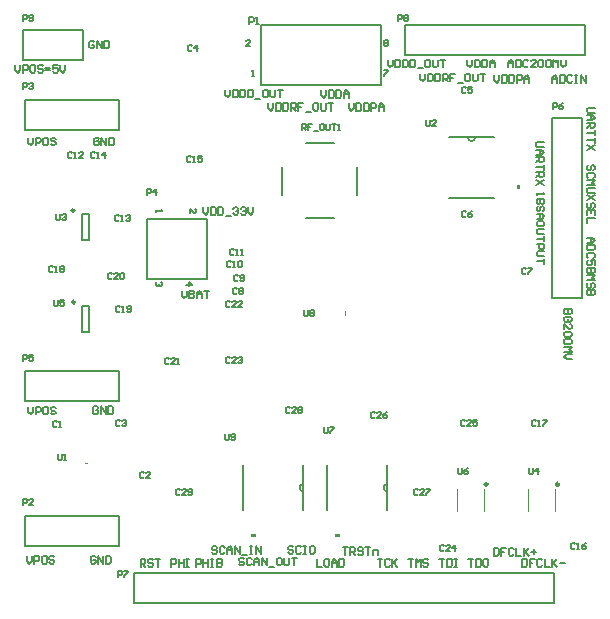
<source format=gto>
G04*
G04 #@! TF.GenerationSoftware,Altium Limited,Altium Designer,18.0.11 (651)*
G04*
G04 Layer_Color=65535*
%FSLAX25Y25*%
%MOIN*%
G70*
G01*
G75*
%ADD10C,0.00000*%
%ADD11C,0.00984*%
%ADD12C,0.00600*%
%ADD13C,0.01000*%
%ADD14C,0.00787*%
%ADD15C,0.00100*%
%ADD16C,0.00394*%
%ADD17C,0.00500*%
G36*
X84789Y-173961D02*
Y-174961D01*
X83289D01*
Y-173961D01*
X84789D01*
D02*
G37*
G36*
X112742D02*
Y-174961D01*
X111242D01*
Y-173961D01*
X112742D01*
D02*
G37*
G36*
X171993Y-57718D02*
X172993D01*
Y-59219D01*
X171993D01*
Y-57718D01*
D02*
G37*
D10*
X27847Y-150712D02*
G03*
X28846Y-150712I500J1123D01*
G01*
D11*
X24332Y-66312D02*
G03*
X24332Y-66312I-492J0D01*
G01*
X24525Y-96784D02*
G03*
X24525Y-96784I-492J0D01*
G01*
D12*
X155493Y-41919D02*
G03*
X157893Y-41919I1200J0D01*
G01*
X100589Y-157461D02*
G03*
X100589Y-159861I0J-1200D01*
G01*
X128542Y-157461D02*
G03*
X128542Y-159861I0J-1200D01*
G01*
X149279Y-62019D02*
X164107D01*
X149279Y-41919D02*
X164107D01*
X80489Y-166076D02*
Y-151247D01*
X100589Y-166076D02*
Y-151247D01*
X128542Y-166076D02*
Y-151247D01*
X108442Y-166076D02*
Y-151247D01*
D13*
X162024Y-157579D02*
G03*
X162024Y-157579I-500J0D01*
G01*
X185843D02*
G03*
X185843Y-157579I-500J0D01*
G01*
D14*
X29056Y-76154D02*
Y-67493D01*
X26694Y-76154D02*
Y-67493D01*
Y-76154D02*
X29056D01*
X26694Y-67493D02*
X29056D01*
X29249Y-106626D02*
Y-97965D01*
X26887Y-106626D02*
Y-97965D01*
Y-106626D02*
X29249D01*
X26887Y-97965D02*
X29249D01*
X44055Y-197126D02*
Y-187126D01*
X184055D01*
Y-197126D02*
Y-187126D01*
X176555Y-197126D02*
X184055D01*
X44055D02*
X176555D01*
X101420Y-43840D02*
X110719D01*
X93570Y-60990D02*
Y-51691D01*
X101420Y-68840D02*
X110720D01*
X118570Y-60989D02*
Y-51690D01*
X134528Y-14449D02*
X194528D01*
X134528Y-4449D02*
X194528D01*
X134528Y-14449D02*
Y-4449D01*
X194528Y-14449D02*
Y-4449D01*
X126575Y-24449D02*
Y-4449D01*
X86575Y-24449D02*
Y-4449D01*
X126575D01*
X86575Y-24449D02*
X126575D01*
X68490Y-89020D02*
Y-69020D01*
X48490D02*
X68490D01*
X48490Y-89020D02*
X68490D01*
X48490D02*
Y-69020D01*
X183570Y-95472D02*
X193570D01*
X183570Y-35472D02*
X193570D01*
Y-95472D02*
Y-35472D01*
X183570Y-95472D02*
Y-35472D01*
X39213Y-129803D02*
Y-119803D01*
X7717Y-129803D02*
X39213D01*
X7717D02*
Y-119803D01*
X39213D01*
Y-178000D02*
Y-168000D01*
X7717Y-178000D02*
X39213D01*
X7717D02*
Y-168000D01*
X39213D01*
Y-39290D02*
Y-29290D01*
X7717Y-39290D02*
X39213D01*
X7717D02*
Y-29290D01*
X39213D01*
X27126Y-16024D02*
Y-6024D01*
X7126Y-16024D02*
X27126D01*
X7126D02*
Y-6024D01*
X27126D01*
D15*
X114673Y-101068D02*
Y-99869D01*
D16*
X160827Y-166535D02*
Y-159252D01*
X151772Y-166535D02*
Y-159252D01*
X184646Y-166535D02*
Y-159252D01*
X175591Y-166535D02*
Y-159252D01*
D17*
X4600Y-17791D02*
Y-19457D01*
X5433Y-20290D01*
X6266Y-19457D01*
Y-17791D01*
X7099Y-20290D02*
Y-17791D01*
X8349D01*
X8765Y-18207D01*
Y-19040D01*
X8349Y-19457D01*
X7099D01*
X10848Y-17791D02*
X10015D01*
X9598Y-18207D01*
Y-19873D01*
X10015Y-20290D01*
X10848D01*
X11265Y-19873D01*
Y-18207D01*
X10848Y-17791D01*
X13764Y-18207D02*
X13347Y-17791D01*
X12514D01*
X12098Y-18207D01*
Y-18624D01*
X12514Y-19040D01*
X13347D01*
X13764Y-19457D01*
Y-19873D01*
X13347Y-20290D01*
X12514D01*
X12098Y-19873D01*
X14597Y-19457D02*
X16263D01*
X14597Y-18624D02*
X16263D01*
X18762Y-17791D02*
X17096D01*
Y-19040D01*
X17929Y-18624D01*
X18346D01*
X18762Y-19040D01*
Y-19873D01*
X18346Y-20290D01*
X17513D01*
X17096Y-19873D01*
X19595Y-17791D02*
Y-19457D01*
X20428Y-20290D01*
X21261Y-19457D01*
Y-17791D01*
X67290Y-65191D02*
Y-66857D01*
X68123Y-67690D01*
X68956Y-66857D01*
Y-65191D01*
X69789D02*
Y-67690D01*
X71039D01*
X71455Y-67273D01*
Y-65607D01*
X71039Y-65191D01*
X69789D01*
X72288D02*
Y-67690D01*
X73538D01*
X73954Y-67273D01*
Y-65607D01*
X73538Y-65191D01*
X72288D01*
X74788Y-68107D02*
X76454D01*
X77287Y-65607D02*
X77703Y-65191D01*
X78536D01*
X78953Y-65607D01*
Y-66024D01*
X78536Y-66440D01*
X78120D01*
X78536D01*
X78953Y-66857D01*
Y-67273D01*
X78536Y-67690D01*
X77703D01*
X77287Y-67273D01*
X79786Y-65607D02*
X80203Y-65191D01*
X81036D01*
X81452Y-65607D01*
Y-66024D01*
X81036Y-66440D01*
X80619D01*
X81036D01*
X81452Y-66857D01*
Y-67273D01*
X81036Y-67690D01*
X80203D01*
X79786Y-67273D01*
X82285Y-65191D02*
Y-66857D01*
X83118Y-67690D01*
X83951Y-66857D01*
Y-65191D01*
X60140Y-92971D02*
Y-94637D01*
X60973Y-95470D01*
X61806Y-94637D01*
Y-92971D01*
X62639D02*
Y-95470D01*
X63889D01*
X64305Y-95053D01*
Y-94637D01*
X63889Y-94220D01*
X62639D01*
X63889D01*
X64305Y-93804D01*
Y-93387D01*
X63889Y-92971D01*
X62639D01*
X65138Y-95470D02*
Y-93804D01*
X65971Y-92971D01*
X66804Y-93804D01*
Y-95470D01*
Y-94220D01*
X65138D01*
X67638Y-92971D02*
X69304D01*
X68471D01*
Y-95470D01*
X31406Y-181867D02*
X30990Y-181451D01*
X30156D01*
X29740Y-181867D01*
Y-183534D01*
X30156Y-183950D01*
X30990D01*
X31406Y-183534D01*
Y-182700D01*
X30573D01*
X32239Y-183950D02*
Y-181451D01*
X33905Y-183950D01*
Y-181451D01*
X34738D02*
Y-183950D01*
X35988D01*
X36404Y-183534D01*
Y-181867D01*
X35988Y-181451D01*
X34738D01*
X32226Y-131987D02*
X31810Y-131571D01*
X30977D01*
X30560Y-131987D01*
Y-133653D01*
X30977Y-134070D01*
X31810D01*
X32226Y-133653D01*
Y-132820D01*
X31393D01*
X33059Y-134070D02*
Y-131571D01*
X34725Y-134070D01*
Y-131571D01*
X35558D02*
Y-134070D01*
X36808D01*
X37225Y-133653D01*
Y-131987D01*
X36808Y-131571D01*
X35558D01*
X32486Y-42377D02*
X32070Y-41961D01*
X31236D01*
X30820Y-42377D01*
Y-44043D01*
X31236Y-44460D01*
X32070D01*
X32486Y-44043D01*
Y-43210D01*
X31653D01*
X33319Y-44460D02*
Y-41961D01*
X34985Y-44460D01*
Y-41961D01*
X35818D02*
Y-44460D01*
X37068D01*
X37484Y-44043D01*
Y-42377D01*
X37068Y-41961D01*
X35818D01*
X8440Y-181451D02*
Y-183117D01*
X9273Y-183950D01*
X10106Y-183117D01*
Y-181451D01*
X10939Y-183950D02*
Y-181451D01*
X12189D01*
X12605Y-181867D01*
Y-182700D01*
X12189Y-183117D01*
X10939D01*
X14688Y-181451D02*
X13855D01*
X13438Y-181867D01*
Y-183534D01*
X13855Y-183950D01*
X14688D01*
X15104Y-183534D01*
Y-181867D01*
X14688Y-181451D01*
X17604Y-181867D02*
X17187Y-181451D01*
X16354D01*
X15938Y-181867D01*
Y-182284D01*
X16354Y-182700D01*
X17187D01*
X17604Y-183117D01*
Y-183534D01*
X17187Y-183950D01*
X16354D01*
X15938Y-183534D01*
X8850Y-131691D02*
Y-133357D01*
X9683Y-134190D01*
X10516Y-133357D01*
Y-131691D01*
X11349Y-134190D02*
Y-131691D01*
X12599D01*
X13015Y-132107D01*
Y-132940D01*
X12599Y-133357D01*
X11349D01*
X15098Y-131691D02*
X14265D01*
X13848Y-132107D01*
Y-133774D01*
X14265Y-134190D01*
X15098D01*
X15515Y-133774D01*
Y-132107D01*
X15098Y-131691D01*
X18014Y-132107D02*
X17597Y-131691D01*
X16764D01*
X16348Y-132107D01*
Y-132524D01*
X16764Y-132940D01*
X17597D01*
X18014Y-133357D01*
Y-133774D01*
X17597Y-134190D01*
X16764D01*
X16348Y-133774D01*
X8880Y-41961D02*
Y-43627D01*
X9713Y-44460D01*
X10546Y-43627D01*
Y-41961D01*
X11379Y-44460D02*
Y-41961D01*
X12629D01*
X13045Y-42377D01*
Y-43210D01*
X12629Y-43627D01*
X11379D01*
X15128Y-41961D02*
X14295D01*
X13878Y-42377D01*
Y-44043D01*
X14295Y-44460D01*
X15128D01*
X15544Y-44043D01*
Y-42377D01*
X15128Y-41961D01*
X18044Y-42377D02*
X17627Y-41961D01*
X16794D01*
X16378Y-42377D01*
Y-42794D01*
X16794Y-43210D01*
X17627D01*
X18044Y-43627D01*
Y-44043D01*
X17627Y-44460D01*
X16794D01*
X16378Y-44043D01*
X173590Y-182497D02*
Y-184996D01*
X174840D01*
X175256Y-184580D01*
Y-182914D01*
X174840Y-182497D01*
X173590D01*
X177755D02*
X176089D01*
Y-183747D01*
X176922D01*
X176089D01*
Y-184996D01*
X180254Y-182914D02*
X179838Y-182497D01*
X179005D01*
X178588Y-182914D01*
Y-184580D01*
X179005Y-184996D01*
X179838D01*
X180254Y-184580D01*
X181088Y-182497D02*
Y-184996D01*
X182754D01*
X183587Y-182497D02*
Y-184996D01*
Y-184163D01*
X185253Y-182497D01*
X184003Y-183747D01*
X185253Y-184996D01*
X186086Y-183747D02*
X187752D01*
X164080Y-178781D02*
Y-181280D01*
X165330D01*
X165746Y-180863D01*
Y-179197D01*
X165330Y-178781D01*
X164080D01*
X168245D02*
X166579D01*
Y-180030D01*
X167412D01*
X166579D01*
Y-181280D01*
X170745Y-179197D02*
X170328Y-178781D01*
X169495D01*
X169078Y-179197D01*
Y-180863D01*
X169495Y-181280D01*
X170328D01*
X170745Y-180863D01*
X171578Y-178781D02*
Y-181280D01*
X173244D01*
X174077Y-178781D02*
Y-181280D01*
Y-180447D01*
X175743Y-178781D01*
X174493Y-180030D01*
X175743Y-181280D01*
X176576Y-180030D02*
X178242D01*
X177409Y-179197D02*
Y-180863D01*
X155650Y-182497D02*
X157316D01*
X156483D01*
Y-184996D01*
X158149Y-182497D02*
Y-184996D01*
X159399D01*
X159815Y-184580D01*
Y-182914D01*
X159399Y-182497D01*
X158149D01*
X161898D02*
X161065D01*
X160648Y-182914D01*
Y-184580D01*
X161065Y-184996D01*
X161898D01*
X162314Y-184580D01*
Y-182914D01*
X161898Y-182497D01*
X145970D02*
X147636D01*
X146803D01*
Y-184996D01*
X148469Y-182497D02*
Y-184996D01*
X149719D01*
X150135Y-184580D01*
Y-182914D01*
X149719Y-182497D01*
X148469D01*
X150968D02*
X151801D01*
X151385D01*
Y-184996D01*
X150968D01*
X151801D01*
X135560Y-182497D02*
X137226D01*
X136393D01*
Y-184996D01*
X138059D02*
Y-182497D01*
X138892Y-183330D01*
X139725Y-182497D01*
Y-184996D01*
X142225Y-182914D02*
X141808Y-182497D01*
X140975D01*
X140558Y-182914D01*
Y-183330D01*
X140975Y-183747D01*
X141808D01*
X142225Y-184163D01*
Y-184580D01*
X141808Y-184996D01*
X140975D01*
X140558Y-184580D01*
X125340Y-182497D02*
X127006D01*
X126173D01*
Y-184996D01*
X129505Y-182914D02*
X129089Y-182497D01*
X128256D01*
X127839Y-182914D01*
Y-184580D01*
X128256Y-184996D01*
X129089D01*
X129505Y-184580D01*
X130338Y-182497D02*
Y-184996D01*
Y-184163D01*
X132004Y-182497D01*
X130755Y-183747D01*
X132004Y-184996D01*
X113830Y-178541D02*
X115496D01*
X114663D01*
Y-181040D01*
X116329D02*
Y-178541D01*
X117579D01*
X117995Y-178957D01*
Y-179790D01*
X117579Y-180207D01*
X116329D01*
X117162D02*
X117995Y-181040D01*
X120494Y-178957D02*
X120078Y-178541D01*
X119245D01*
X118828Y-178957D01*
Y-179374D01*
X119245Y-179790D01*
X120078D01*
X120494Y-180207D01*
Y-180623D01*
X120078Y-181040D01*
X119245D01*
X118828Y-180623D01*
X121328Y-178541D02*
X122994D01*
X122161D01*
Y-181040D01*
X123827D02*
Y-179374D01*
X125076D01*
X125493Y-179790D01*
Y-181040D01*
X105100Y-182497D02*
Y-184996D01*
X106766D01*
X108849Y-182497D02*
X108016D01*
X107599Y-182914D01*
Y-184580D01*
X108016Y-184996D01*
X108849D01*
X109265Y-184580D01*
Y-182914D01*
X108849Y-182497D01*
X110098Y-184996D02*
Y-183330D01*
X110931Y-182497D01*
X111765Y-183330D01*
Y-184996D01*
Y-183747D01*
X110098D01*
X112598Y-182497D02*
Y-184996D01*
X113847D01*
X114264Y-184580D01*
Y-182914D01*
X113847Y-182497D01*
X112598D01*
X97306Y-178587D02*
X96890Y-178171D01*
X96056D01*
X95640Y-178587D01*
Y-179004D01*
X96056Y-179420D01*
X96890D01*
X97306Y-179837D01*
Y-180254D01*
X96890Y-180670D01*
X96056D01*
X95640Y-180254D01*
X99805Y-178587D02*
X99389Y-178171D01*
X98556D01*
X98139Y-178587D01*
Y-180254D01*
X98556Y-180670D01*
X99389D01*
X99805Y-180254D01*
X100638Y-178171D02*
X101471D01*
X101055D01*
Y-180670D01*
X100638D01*
X101471D01*
X103971Y-178171D02*
X103138D01*
X102721Y-178587D01*
Y-180254D01*
X103138Y-180670D01*
X103971D01*
X104387Y-180254D01*
Y-178587D01*
X103971Y-178171D01*
X80856Y-182497D02*
X80440Y-182081D01*
X79606D01*
X79190Y-182497D01*
Y-182914D01*
X79606Y-183330D01*
X80440D01*
X80856Y-183747D01*
Y-184163D01*
X80440Y-184580D01*
X79606D01*
X79190Y-184163D01*
X83355Y-182497D02*
X82939Y-182081D01*
X82106D01*
X81689Y-182497D01*
Y-184163D01*
X82106Y-184580D01*
X82939D01*
X83355Y-184163D01*
X84188Y-184580D02*
Y-182914D01*
X85021Y-182081D01*
X85855Y-182914D01*
Y-184580D01*
Y-183330D01*
X84188D01*
X86688Y-184580D02*
Y-182081D01*
X88354Y-184580D01*
Y-182081D01*
X89187Y-184996D02*
X90853D01*
X92936Y-182081D02*
X92102D01*
X91686Y-182497D01*
Y-184163D01*
X92102Y-184580D01*
X92936D01*
X93352Y-184163D01*
Y-182497D01*
X92936Y-182081D01*
X94185D02*
Y-184163D01*
X94602Y-184580D01*
X95435D01*
X95851Y-184163D01*
Y-182081D01*
X96684D02*
X98351D01*
X97517D01*
Y-184580D01*
X71866Y-178607D02*
X71450Y-178191D01*
X70617D01*
X70200Y-178607D01*
Y-179024D01*
X70617Y-179440D01*
X71450D01*
X71866Y-179857D01*
Y-180273D01*
X71450Y-180690D01*
X70617D01*
X70200Y-180273D01*
X74365Y-178607D02*
X73949Y-178191D01*
X73116D01*
X72699Y-178607D01*
Y-180273D01*
X73116Y-180690D01*
X73949D01*
X74365Y-180273D01*
X75198Y-180690D02*
Y-179024D01*
X76031Y-178191D01*
X76864Y-179024D01*
Y-180690D01*
Y-179440D01*
X75198D01*
X77698Y-180690D02*
Y-178191D01*
X79364Y-180690D01*
Y-178191D01*
X80197Y-181106D02*
X81863D01*
X82696Y-178191D02*
X83529D01*
X83113D01*
Y-180690D01*
X82696D01*
X83529D01*
X84779D02*
Y-178191D01*
X86445Y-180690D01*
Y-178191D01*
X64770Y-184996D02*
Y-182497D01*
X66020D01*
X66436Y-182914D01*
Y-183747D01*
X66020Y-184163D01*
X64770D01*
X67269Y-182497D02*
Y-184996D01*
Y-183747D01*
X68935D01*
Y-182497D01*
Y-184996D01*
X69768Y-182497D02*
X70601D01*
X70185D01*
Y-184996D01*
X69768D01*
X70601D01*
X71851Y-182497D02*
Y-184996D01*
X73101D01*
X73517Y-184580D01*
Y-184163D01*
X73101Y-183747D01*
X71851D01*
X73101D01*
X73517Y-183330D01*
Y-182914D01*
X73101Y-182497D01*
X71851D01*
X56510Y-184996D02*
Y-182497D01*
X57760D01*
X58176Y-182914D01*
Y-183747D01*
X57760Y-184163D01*
X56510D01*
X59009Y-182497D02*
Y-184996D01*
Y-183747D01*
X60675D01*
Y-182497D01*
Y-184996D01*
X61508Y-182497D02*
X62341D01*
X61925D01*
Y-184996D01*
X61508D01*
X62341D01*
X46340D02*
Y-182497D01*
X47590D01*
X48006Y-182914D01*
Y-183747D01*
X47590Y-184163D01*
X46340D01*
X47173D02*
X48006Y-184996D01*
X50505Y-182914D02*
X50089Y-182497D01*
X49256D01*
X48839Y-182914D01*
Y-183330D01*
X49256Y-183747D01*
X50089D01*
X50505Y-184163D01*
Y-184580D01*
X50089Y-184996D01*
X49256D01*
X48839Y-184580D01*
X51338Y-182497D02*
X53004D01*
X52171D01*
Y-184996D01*
X30936Y-10127D02*
X30520Y-9711D01*
X29686D01*
X29270Y-10127D01*
Y-11794D01*
X29686Y-12210D01*
X30520D01*
X30936Y-11794D01*
Y-10960D01*
X30103D01*
X31769Y-12210D02*
Y-9711D01*
X33435Y-12210D01*
Y-9711D01*
X34268D02*
Y-12210D01*
X35518D01*
X35934Y-11794D01*
Y-10127D01*
X35518Y-9711D01*
X34268D01*
X190059Y-99150D02*
X187560D01*
Y-100400D01*
X187977Y-100816D01*
X188393D01*
X188810Y-100400D01*
Y-99150D01*
Y-100400D01*
X189226Y-100816D01*
X189643D01*
X190059Y-100400D01*
Y-99150D01*
X189643Y-103315D02*
X190059Y-102899D01*
Y-102066D01*
X189643Y-101649D01*
X187977D01*
X187560Y-102066D01*
Y-102899D01*
X187977Y-103315D01*
X188810D01*
Y-102482D01*
X187560Y-105815D02*
Y-104148D01*
X189226Y-105815D01*
X189643D01*
X190059Y-105398D01*
Y-104565D01*
X189643Y-104148D01*
Y-106648D02*
X190059Y-107064D01*
Y-107897D01*
X189643Y-108314D01*
X187977D01*
X187560Y-107897D01*
Y-107064D01*
X187977Y-106648D01*
X189643D01*
Y-109147D02*
X190059Y-109563D01*
Y-110396D01*
X189643Y-110813D01*
X187977D01*
X187560Y-110396D01*
Y-109563D01*
X187977Y-109147D01*
X189643D01*
X187560Y-111646D02*
X190059D01*
X189226Y-112479D01*
X190059Y-113312D01*
X187560D01*
X190059Y-114145D02*
X188393D01*
X187560Y-114978D01*
X188393Y-115811D01*
X190059D01*
X195240Y-75430D02*
X196906D01*
X197739Y-76263D01*
X196906Y-77096D01*
X195240D01*
X196490D01*
Y-75430D01*
X197739Y-77929D02*
X195240D01*
Y-79179D01*
X195657Y-79595D01*
X197323D01*
X197739Y-79179D01*
Y-77929D01*
X197323Y-82095D02*
X197739Y-81678D01*
Y-80845D01*
X197323Y-80428D01*
X195657D01*
X195240Y-80845D01*
Y-81678D01*
X195657Y-82095D01*
X197739Y-84594D02*
Y-82928D01*
X196490D01*
X196906Y-83761D01*
Y-84177D01*
X196490Y-84594D01*
X195657D01*
X195240Y-84177D01*
Y-83344D01*
X195657Y-82928D01*
X197739Y-85427D02*
X195240D01*
Y-86676D01*
X195657Y-87093D01*
X196073D01*
X196490Y-86676D01*
Y-85427D01*
Y-86676D01*
X196906Y-87093D01*
X197323D01*
X197739Y-86676D01*
Y-85427D01*
X195240Y-87926D02*
X197739D01*
X196906Y-88759D01*
X197739Y-89592D01*
X195240D01*
X197323Y-92091D02*
X197739Y-91675D01*
Y-90842D01*
X197323Y-90425D01*
X196906D01*
X196490Y-90842D01*
Y-91675D01*
X196073Y-92091D01*
X195657D01*
X195240Y-91675D01*
Y-90842D01*
X195657Y-90425D01*
X197739Y-92924D02*
X195240D01*
Y-94174D01*
X195657Y-94591D01*
X196073D01*
X196490Y-94174D01*
Y-92924D01*
Y-94174D01*
X196906Y-94591D01*
X197323D01*
X197739Y-94174D01*
Y-92924D01*
X178370Y-60300D02*
Y-61133D01*
Y-60716D01*
X180869D01*
X180453Y-60300D01*
X180869Y-62383D02*
X178370D01*
Y-63632D01*
X178787Y-64049D01*
X179203D01*
X179620Y-63632D01*
Y-62383D01*
Y-63632D01*
X180036Y-64049D01*
X180453D01*
X180869Y-63632D01*
Y-62383D01*
X180453Y-66548D02*
X180869Y-66131D01*
Y-65298D01*
X180453Y-64882D01*
X180036D01*
X179620Y-65298D01*
Y-66131D01*
X179203Y-66548D01*
X178787D01*
X178370Y-66131D01*
Y-65298D01*
X178787Y-64882D01*
X178370Y-67381D02*
X180036D01*
X180869Y-68214D01*
X180036Y-69047D01*
X178370D01*
X179620D01*
Y-67381D01*
X180869Y-71130D02*
Y-70297D01*
X180453Y-69880D01*
X178787D01*
X178370Y-70297D01*
Y-71130D01*
X178787Y-71546D01*
X180453D01*
X180869Y-71130D01*
Y-72379D02*
X178787D01*
X178370Y-72796D01*
Y-73629D01*
X178787Y-74046D01*
X180869D01*
Y-74879D02*
Y-76545D01*
Y-75712D01*
X178370D01*
Y-77378D02*
X180869D01*
Y-78627D01*
X180453Y-79044D01*
X179620D01*
X179203Y-78627D01*
Y-77378D01*
X180869Y-79877D02*
X178787D01*
X178370Y-80294D01*
Y-81127D01*
X178787Y-81543D01*
X180869D01*
Y-82376D02*
Y-84042D01*
Y-83209D01*
X178370D01*
X197263Y-52916D02*
X197679Y-52500D01*
Y-51666D01*
X197263Y-51250D01*
X196846D01*
X196430Y-51666D01*
Y-52500D01*
X196013Y-52916D01*
X195597D01*
X195180Y-52500D01*
Y-51666D01*
X195597Y-51250D01*
X197263Y-55415D02*
X197679Y-54999D01*
Y-54166D01*
X197263Y-53749D01*
X195597D01*
X195180Y-54166D01*
Y-54999D01*
X195597Y-55415D01*
X195180Y-56248D02*
X197679D01*
X196846Y-57081D01*
X197679Y-57915D01*
X195180D01*
X197679Y-58748D02*
X195597D01*
X195180Y-59164D01*
Y-59997D01*
X195597Y-60414D01*
X197679D01*
Y-61247D02*
X195180Y-62913D01*
X197679D02*
X195180Y-61247D01*
X197263Y-65412D02*
X197679Y-64996D01*
Y-64162D01*
X197263Y-63746D01*
X196846D01*
X196430Y-64162D01*
Y-64996D01*
X196013Y-65412D01*
X195597D01*
X195180Y-64996D01*
Y-64162D01*
X195597Y-63746D01*
X197679Y-67911D02*
Y-66245D01*
X195180D01*
Y-67911D01*
X196430Y-66245D02*
Y-67078D01*
X197679Y-68744D02*
X195180D01*
Y-70411D01*
X180749Y-43490D02*
X178666D01*
X178250Y-43907D01*
Y-44740D01*
X178666Y-45156D01*
X180749D01*
X178250Y-45989D02*
X179916D01*
X180749Y-46822D01*
X179916Y-47655D01*
X178250D01*
X179500D01*
Y-45989D01*
X178250Y-48488D02*
X180749D01*
Y-49738D01*
X180333Y-50155D01*
X179500D01*
X179083Y-49738D01*
Y-48488D01*
Y-49321D02*
X178250Y-50155D01*
X180749Y-50988D02*
Y-52654D01*
Y-51821D01*
X178250D01*
Y-53487D02*
X180749D01*
Y-54736D01*
X180333Y-55153D01*
X179500D01*
X179083Y-54736D01*
Y-53487D01*
Y-54320D02*
X178250Y-55153D01*
X180749Y-55986D02*
X178250Y-57652D01*
X180749D02*
X178250Y-55986D01*
X197679Y-32020D02*
X195597D01*
X195180Y-32436D01*
Y-33270D01*
X195597Y-33686D01*
X197679D01*
X195180Y-34519D02*
X196846D01*
X197679Y-35352D01*
X196846Y-36185D01*
X195180D01*
X196430D01*
Y-34519D01*
X195180Y-37018D02*
X197679D01*
Y-38268D01*
X197263Y-38684D01*
X196430D01*
X196013Y-38268D01*
Y-37018D01*
Y-37851D02*
X195180Y-38684D01*
X197679Y-39518D02*
Y-41184D01*
Y-40351D01*
X195180D01*
X197679Y-42017D02*
Y-43683D01*
Y-42850D01*
X195180D01*
X197679Y-44516D02*
X195180Y-46182D01*
X197679D02*
X195180Y-44516D01*
X183650Y-23607D02*
Y-21940D01*
X184483Y-21107D01*
X185316Y-21940D01*
Y-23607D01*
Y-22357D01*
X183650D01*
X186149Y-21107D02*
Y-23607D01*
X187399D01*
X187815Y-23190D01*
Y-21524D01*
X187399Y-21107D01*
X186149D01*
X190314Y-21524D02*
X189898Y-21107D01*
X189065D01*
X188648Y-21524D01*
Y-23190D01*
X189065Y-23607D01*
X189898D01*
X190314Y-23190D01*
X191148Y-21107D02*
X191981D01*
X191564D01*
Y-23607D01*
X191148D01*
X191981D01*
X193230D02*
Y-21107D01*
X194896Y-23607D01*
Y-21107D01*
X169000Y-18440D02*
Y-16774D01*
X169833Y-15941D01*
X170666Y-16774D01*
Y-18440D01*
Y-17190D01*
X169000D01*
X171499Y-15941D02*
Y-18440D01*
X172749D01*
X173165Y-18023D01*
Y-16357D01*
X172749Y-15941D01*
X171499D01*
X175664Y-16357D02*
X175248Y-15941D01*
X174415D01*
X173998Y-16357D01*
Y-18023D01*
X174415Y-18440D01*
X175248D01*
X175664Y-18023D01*
X178164Y-18440D02*
X176498D01*
X178164Y-16774D01*
Y-16357D01*
X177747Y-15941D01*
X176914D01*
X176498Y-16357D01*
X178997D02*
X179413Y-15941D01*
X180246D01*
X180663Y-16357D01*
Y-18023D01*
X180246Y-18440D01*
X179413D01*
X178997Y-18023D01*
Y-16357D01*
X181496D02*
X181913Y-15941D01*
X182746D01*
X183162Y-16357D01*
Y-18023D01*
X182746Y-18440D01*
X181913D01*
X181496Y-18023D01*
Y-16357D01*
X183995Y-18440D02*
Y-15941D01*
X184828Y-16774D01*
X185661Y-15941D01*
Y-18440D01*
X186494Y-15941D02*
Y-17607D01*
X187327Y-18440D01*
X188161Y-17607D01*
Y-15941D01*
X164330Y-21107D02*
Y-22773D01*
X165163Y-23607D01*
X165996Y-22773D01*
Y-21107D01*
X166829D02*
Y-23607D01*
X168079D01*
X168495Y-23190D01*
Y-21524D01*
X168079Y-21107D01*
X166829D01*
X169328D02*
Y-23607D01*
X170578D01*
X170994Y-23190D01*
Y-21524D01*
X170578Y-21107D01*
X169328D01*
X171828Y-23607D02*
Y-21107D01*
X173077D01*
X173494Y-21524D01*
Y-22357D01*
X173077Y-22773D01*
X171828D01*
X174327Y-23607D02*
Y-21940D01*
X175160Y-21107D01*
X175993Y-21940D01*
Y-23607D01*
Y-22357D01*
X174327D01*
X115830Y-30581D02*
Y-32247D01*
X116663Y-33080D01*
X117496Y-32247D01*
Y-30581D01*
X118329D02*
Y-33080D01*
X119579D01*
X119995Y-32664D01*
Y-30997D01*
X119579Y-30581D01*
X118329D01*
X120828D02*
Y-33080D01*
X122078D01*
X122494Y-32664D01*
Y-30997D01*
X122078Y-30581D01*
X120828D01*
X123328Y-33080D02*
Y-30581D01*
X124577D01*
X124994Y-30997D01*
Y-31830D01*
X124577Y-32247D01*
X123328D01*
X125827Y-33080D02*
Y-31414D01*
X126660Y-30581D01*
X127493Y-31414D01*
Y-33080D01*
Y-31830D01*
X125827D01*
X106630Y-26191D02*
Y-27857D01*
X107463Y-28690D01*
X108296Y-27857D01*
Y-26191D01*
X109129D02*
Y-28690D01*
X110379D01*
X110795Y-28273D01*
Y-26607D01*
X110379Y-26191D01*
X109129D01*
X111628D02*
Y-28690D01*
X112878D01*
X113294Y-28273D01*
Y-26607D01*
X112878Y-26191D01*
X111628D01*
X114128Y-28690D02*
Y-27024D01*
X114961Y-26191D01*
X115794Y-27024D01*
Y-28690D01*
Y-27440D01*
X114128D01*
X155240Y-15941D02*
Y-17607D01*
X156073Y-18440D01*
X156906Y-17607D01*
Y-15941D01*
X157739D02*
Y-18440D01*
X158989D01*
X159405Y-18023D01*
Y-16357D01*
X158989Y-15941D01*
X157739D01*
X160238D02*
Y-18440D01*
X161488D01*
X161905Y-18023D01*
Y-16357D01*
X161488Y-15941D01*
X160238D01*
X162738Y-18440D02*
Y-16774D01*
X163571Y-15941D01*
X164404Y-16774D01*
Y-18440D01*
Y-17190D01*
X162738D01*
X139560Y-20691D02*
Y-22357D01*
X140393Y-23190D01*
X141226Y-22357D01*
Y-20691D01*
X142059D02*
Y-23190D01*
X143309D01*
X143725Y-22773D01*
Y-21107D01*
X143309Y-20691D01*
X142059D01*
X144558D02*
Y-23190D01*
X145808D01*
X146224Y-22773D01*
Y-21107D01*
X145808Y-20691D01*
X144558D01*
X147058Y-23190D02*
Y-20691D01*
X148307D01*
X148724Y-21107D01*
Y-21940D01*
X148307Y-22357D01*
X147058D01*
X147891D02*
X148724Y-23190D01*
X151223Y-20691D02*
X149557D01*
Y-21940D01*
X150390D01*
X149557D01*
Y-23190D01*
X152056Y-23607D02*
X153722D01*
X155805Y-20691D02*
X154972D01*
X154555Y-21107D01*
Y-22773D01*
X154972Y-23190D01*
X155805D01*
X156221Y-22773D01*
Y-21107D01*
X155805Y-20691D01*
X157054D02*
Y-22773D01*
X157471Y-23190D01*
X158304D01*
X158721Y-22773D01*
Y-20691D01*
X159554D02*
X161220D01*
X160387D01*
Y-23190D01*
X88960Y-30521D02*
Y-32187D01*
X89793Y-33020D01*
X90626Y-32187D01*
Y-30521D01*
X91459D02*
Y-33020D01*
X92709D01*
X93125Y-32603D01*
Y-30937D01*
X92709Y-30521D01*
X91459D01*
X93958D02*
Y-33020D01*
X95208D01*
X95625Y-32603D01*
Y-30937D01*
X95208Y-30521D01*
X93958D01*
X96458Y-33020D02*
Y-30521D01*
X97707D01*
X98124Y-30937D01*
Y-31770D01*
X97707Y-32187D01*
X96458D01*
X97291D02*
X98124Y-33020D01*
X100623Y-30521D02*
X98957D01*
Y-31770D01*
X99790D01*
X98957D01*
Y-33020D01*
X101456Y-33437D02*
X103122D01*
X105205Y-30521D02*
X104372D01*
X103955Y-30937D01*
Y-32603D01*
X104372Y-33020D01*
X105205D01*
X105621Y-32603D01*
Y-30937D01*
X105205Y-30521D01*
X106454D02*
Y-32603D01*
X106871Y-33020D01*
X107704D01*
X108121Y-32603D01*
Y-30521D01*
X108953D02*
X110620D01*
X109787D01*
Y-33020D01*
X128740Y-15941D02*
Y-17607D01*
X129573Y-18440D01*
X130406Y-17607D01*
Y-15941D01*
X131239D02*
Y-18440D01*
X132489D01*
X132905Y-18023D01*
Y-16357D01*
X132489Y-15941D01*
X131239D01*
X133738D02*
Y-18440D01*
X134988D01*
X135405Y-18023D01*
Y-16357D01*
X134988Y-15941D01*
X133738D01*
X136238D02*
Y-18440D01*
X137487D01*
X137904Y-18023D01*
Y-16357D01*
X137487Y-15941D01*
X136238D01*
X138737Y-18857D02*
X140403D01*
X142485Y-15941D02*
X141653D01*
X141236Y-16357D01*
Y-18023D01*
X141653Y-18440D01*
X142485D01*
X142902Y-18023D01*
Y-16357D01*
X142485Y-15941D01*
X143735D02*
Y-18023D01*
X144152Y-18440D01*
X144985D01*
X145401Y-18023D01*
Y-15941D01*
X146234D02*
X147900D01*
X147067D01*
Y-18440D01*
X74630Y-26071D02*
Y-27737D01*
X75463Y-28570D01*
X76296Y-27737D01*
Y-26071D01*
X77129D02*
Y-28570D01*
X78379D01*
X78795Y-28153D01*
Y-26487D01*
X78379Y-26071D01*
X77129D01*
X79628D02*
Y-28570D01*
X80878D01*
X81295Y-28153D01*
Y-26487D01*
X80878Y-26071D01*
X79628D01*
X82128D02*
Y-28570D01*
X83377D01*
X83794Y-28153D01*
Y-26487D01*
X83377Y-26071D01*
X82128D01*
X84627Y-28986D02*
X86293D01*
X88376Y-26071D02*
X87542D01*
X87126Y-26487D01*
Y-28153D01*
X87542Y-28570D01*
X88376D01*
X88792Y-28153D01*
Y-26487D01*
X88376Y-26071D01*
X89625D02*
Y-28153D01*
X90042Y-28570D01*
X90875D01*
X91291Y-28153D01*
Y-26071D01*
X92124D02*
X93791D01*
X92957D01*
Y-28570D01*
X127575Y-9783D02*
X127908Y-9449D01*
X128575D01*
X128908Y-9783D01*
Y-10116D01*
X128575Y-10449D01*
X128908Y-10782D01*
Y-11116D01*
X128575Y-11449D01*
X127908D01*
X127575Y-11116D01*
Y-10782D01*
X127908Y-10449D01*
X127575Y-10116D01*
Y-9783D01*
X127908Y-10449D02*
X128575D01*
X127575Y-19450D02*
X128908D01*
Y-19783D01*
X127575Y-21116D01*
Y-21449D01*
X83575D02*
X84241D01*
X83908D01*
Y-19450D01*
X83575Y-19783D01*
X82908Y-11449D02*
X81575D01*
X82908Y-10116D01*
Y-9783D01*
X82574Y-9449D01*
X81908D01*
X81575Y-9783D01*
X51490Y-66020D02*
Y-66686D01*
Y-66353D01*
X53489D01*
X53156Y-66020D01*
X62980Y-66953D02*
Y-65620D01*
X64313Y-66953D01*
X64646D01*
X64979Y-66620D01*
Y-65953D01*
X64646Y-65620D01*
X61490Y-91020D02*
X63489D01*
X62490Y-90020D01*
Y-91353D01*
X53156Y-90020D02*
X53489Y-90353D01*
Y-91020D01*
X53156Y-91353D01*
X52823D01*
X52490Y-91020D01*
Y-90687D01*
Y-91020D01*
X52156Y-91353D01*
X51823D01*
X51490Y-91020D01*
Y-90353D01*
X51823Y-90020D01*
X141600Y-36101D02*
Y-37767D01*
X141933Y-38100D01*
X142600D01*
X142933Y-37767D01*
Y-36101D01*
X144932Y-38100D02*
X143599D01*
X144932Y-36767D01*
Y-36434D01*
X144599Y-36101D01*
X143933D01*
X143599Y-36434D01*
X152100Y-152101D02*
Y-153767D01*
X152433Y-154100D01*
X153100D01*
X153433Y-153767D01*
Y-152101D01*
X155432D02*
X154766Y-152434D01*
X154099Y-153100D01*
Y-153767D01*
X154433Y-154100D01*
X155099D01*
X155432Y-153767D01*
Y-153434D01*
X155099Y-153100D01*
X154099D01*
X147653Y-178024D02*
X147320Y-177691D01*
X146653D01*
X146320Y-178024D01*
Y-179357D01*
X146653Y-179690D01*
X147320D01*
X147653Y-179357D01*
X149652Y-179690D02*
X148319D01*
X149652Y-178357D01*
Y-178024D01*
X149319Y-177691D01*
X148653D01*
X148319Y-178024D01*
X151318Y-179690D02*
Y-177691D01*
X150319Y-178690D01*
X151652D01*
X191173Y-177544D02*
X190840Y-177211D01*
X190173D01*
X189840Y-177544D01*
Y-178877D01*
X190173Y-179210D01*
X190840D01*
X191173Y-178877D01*
X191839Y-179210D02*
X192506D01*
X192173D01*
Y-177211D01*
X191839Y-177544D01*
X194838Y-177211D02*
X194172Y-177544D01*
X193506Y-178210D01*
Y-178877D01*
X193839Y-179210D01*
X194505D01*
X194838Y-178877D01*
Y-178544D01*
X194505Y-178210D01*
X193506D01*
X132070Y-3060D02*
Y-1061D01*
X133070D01*
X133403Y-1394D01*
Y-2060D01*
X133070Y-2394D01*
X132070D01*
X134069Y-1394D02*
X134403Y-1061D01*
X135069D01*
X135402Y-1394D01*
Y-1727D01*
X135069Y-2060D01*
X135402Y-2394D01*
Y-2727D01*
X135069Y-3060D01*
X134403D01*
X134069Y-2727D01*
Y-2394D01*
X134403Y-2060D01*
X134069Y-1727D01*
Y-1394D01*
X134403Y-2060D02*
X135069D01*
X183700Y-32600D02*
Y-30601D01*
X184700D01*
X185033Y-30934D01*
Y-31600D01*
X184700Y-31934D01*
X183700D01*
X187032Y-30601D02*
X186366Y-30934D01*
X185699Y-31600D01*
Y-32267D01*
X186033Y-32600D01*
X186699D01*
X187032Y-32267D01*
Y-31934D01*
X186699Y-31600D01*
X185699D01*
X38920Y-188510D02*
Y-186511D01*
X39920D01*
X40253Y-186844D01*
Y-187510D01*
X39920Y-187844D01*
X38920D01*
X40919Y-186511D02*
X42252D01*
Y-186844D01*
X40919Y-188177D01*
Y-188510D01*
X74540Y-140881D02*
Y-142547D01*
X74873Y-142880D01*
X75540D01*
X75873Y-142547D01*
Y-140881D01*
X76539Y-142547D02*
X76873Y-142880D01*
X77539D01*
X77872Y-142547D01*
Y-141214D01*
X77539Y-140881D01*
X76873D01*
X76539Y-141214D01*
Y-141547D01*
X76873Y-141880D01*
X77872D01*
X100750Y-99291D02*
Y-100957D01*
X101083Y-101290D01*
X101750D01*
X102083Y-100957D01*
Y-99291D01*
X102749Y-99624D02*
X103083Y-99291D01*
X103749D01*
X104082Y-99624D01*
Y-99957D01*
X103749Y-100290D01*
X104082Y-100624D01*
Y-100957D01*
X103749Y-101290D01*
X103083D01*
X102749Y-100957D01*
Y-100624D01*
X103083Y-100290D01*
X102749Y-99957D01*
Y-99624D01*
X103083Y-100290D02*
X103749D01*
X107600Y-138601D02*
Y-140267D01*
X107933Y-140600D01*
X108600D01*
X108933Y-140267D01*
Y-138601D01*
X109599D02*
X110932D01*
Y-138934D01*
X109599Y-140267D01*
Y-140600D01*
X17350Y-96181D02*
Y-97847D01*
X17683Y-98180D01*
X18350D01*
X18683Y-97847D01*
Y-96181D01*
X20682D02*
X19349D01*
Y-97180D01*
X20016Y-96847D01*
X20349D01*
X20682Y-97180D01*
Y-97847D01*
X20349Y-98180D01*
X19683D01*
X19349Y-97847D01*
X175900Y-152101D02*
Y-153767D01*
X176233Y-154100D01*
X176900D01*
X177233Y-153767D01*
Y-152101D01*
X178899Y-154100D02*
Y-152101D01*
X177899Y-153100D01*
X179232D01*
X18810Y-147351D02*
Y-149017D01*
X19143Y-149350D01*
X19810D01*
X20143Y-149017D01*
Y-147351D01*
X20809Y-149350D02*
X21476D01*
X21143D01*
Y-147351D01*
X20809Y-147684D01*
X18070Y-67501D02*
Y-69167D01*
X18403Y-69500D01*
X19070D01*
X19403Y-69167D01*
Y-67501D01*
X20069Y-67834D02*
X20403Y-67501D01*
X21069D01*
X21402Y-67834D01*
Y-68167D01*
X21069Y-68500D01*
X20736D01*
X21069D01*
X21402Y-68834D01*
Y-69167D01*
X21069Y-69500D01*
X20403D01*
X20069Y-69167D01*
X100180Y-39380D02*
Y-37381D01*
X101180D01*
X101513Y-37714D01*
Y-38380D01*
X101180Y-38713D01*
X100180D01*
X100847D02*
X101513Y-39380D01*
X103512Y-37381D02*
X102179D01*
Y-38380D01*
X102846D01*
X102179D01*
Y-39380D01*
X104179Y-39713D02*
X105512D01*
X107178Y-37381D02*
X106511D01*
X106178Y-37714D01*
Y-39047D01*
X106511Y-39380D01*
X107178D01*
X107511Y-39047D01*
Y-37714D01*
X107178Y-37381D01*
X108177D02*
Y-39047D01*
X108511Y-39380D01*
X109177D01*
X109510Y-39047D01*
Y-37381D01*
X110177D02*
X111510D01*
X110843D01*
Y-39380D01*
X112176D02*
X112843D01*
X112509D01*
Y-37381D01*
X112176Y-37714D01*
X7200Y-3100D02*
Y-1101D01*
X8200D01*
X8533Y-1434D01*
Y-2100D01*
X8200Y-2434D01*
X7200D01*
X9199Y-2767D02*
X9533Y-3100D01*
X10199D01*
X10532Y-2767D01*
Y-1434D01*
X10199Y-1101D01*
X9533D01*
X9199Y-1434D01*
Y-1767D01*
X9533Y-2100D01*
X10532D01*
X7200Y-116300D02*
Y-114301D01*
X8200D01*
X8533Y-114634D01*
Y-115300D01*
X8200Y-115633D01*
X7200D01*
X10532Y-114301D02*
X9199D01*
Y-115300D01*
X9866Y-114967D01*
X10199D01*
X10532Y-115300D01*
Y-115967D01*
X10199Y-116300D01*
X9533D01*
X9199Y-115967D01*
X7200Y-164500D02*
Y-162501D01*
X8200D01*
X8533Y-162834D01*
Y-163500D01*
X8200Y-163833D01*
X7200D01*
X10532Y-164500D02*
X9199D01*
X10532Y-163167D01*
Y-162834D01*
X10199Y-162501D01*
X9533D01*
X9199Y-162834D01*
X7200Y-25800D02*
Y-23801D01*
X8200D01*
X8533Y-24134D01*
Y-24800D01*
X8200Y-25133D01*
X7200D01*
X9199Y-24134D02*
X9533Y-23801D01*
X10199D01*
X10532Y-24134D01*
Y-24467D01*
X10199Y-24800D01*
X9866D01*
X10199D01*
X10532Y-25133D01*
Y-25467D01*
X10199Y-25800D01*
X9533D01*
X9199Y-25467D01*
X48600Y-61000D02*
Y-59001D01*
X49600D01*
X49933Y-59334D01*
Y-60000D01*
X49600Y-60334D01*
X48600D01*
X51599Y-61000D02*
Y-59001D01*
X50599Y-60000D01*
X51932D01*
X82350Y-4230D02*
Y-1731D01*
X83600D01*
X84016Y-2147D01*
Y-2980D01*
X83600Y-3397D01*
X82350D01*
X84849Y-4230D02*
X85682D01*
X85266D01*
Y-1731D01*
X84849Y-2147D01*
X59533Y-159534D02*
X59200Y-159201D01*
X58533D01*
X58200Y-159534D01*
Y-160867D01*
X58533Y-161200D01*
X59200D01*
X59533Y-160867D01*
X61532Y-161200D02*
X60199D01*
X61532Y-159867D01*
Y-159534D01*
X61199Y-159201D01*
X60533D01*
X60199Y-159534D01*
X62199Y-160867D02*
X62532Y-161200D01*
X63198D01*
X63532Y-160867D01*
Y-159534D01*
X63198Y-159201D01*
X62532D01*
X62199Y-159534D01*
Y-159867D01*
X62532Y-160200D01*
X63532D01*
X96063Y-132104D02*
X95730Y-131771D01*
X95063D01*
X94730Y-132104D01*
Y-133437D01*
X95063Y-133770D01*
X95730D01*
X96063Y-133437D01*
X98062Y-133770D02*
X96729D01*
X98062Y-132437D01*
Y-132104D01*
X97729Y-131771D01*
X97063D01*
X96729Y-132104D01*
X98729D02*
X99062Y-131771D01*
X99728D01*
X100062Y-132104D01*
Y-132437D01*
X99728Y-132770D01*
X100062Y-133104D01*
Y-133437D01*
X99728Y-133770D01*
X99062D01*
X98729Y-133437D01*
Y-133104D01*
X99062Y-132770D01*
X98729Y-132437D01*
Y-132104D01*
X99062Y-132770D02*
X99728D01*
X138733Y-159534D02*
X138400Y-159201D01*
X137733D01*
X137400Y-159534D01*
Y-160867D01*
X137733Y-161200D01*
X138400D01*
X138733Y-160867D01*
X140732Y-161200D02*
X139399D01*
X140732Y-159867D01*
Y-159534D01*
X140399Y-159201D01*
X139733D01*
X139399Y-159534D01*
X141399Y-159201D02*
X142732D01*
Y-159534D01*
X141399Y-160867D01*
Y-161200D01*
X124533Y-133814D02*
X124200Y-133481D01*
X123533D01*
X123200Y-133814D01*
Y-135147D01*
X123533Y-135480D01*
X124200D01*
X124533Y-135147D01*
X126532Y-135480D02*
X125199D01*
X126532Y-134147D01*
Y-133814D01*
X126199Y-133481D01*
X125533D01*
X125199Y-133814D01*
X128532Y-133481D02*
X127865Y-133814D01*
X127199Y-134480D01*
Y-135147D01*
X127532Y-135480D01*
X128198D01*
X128532Y-135147D01*
Y-134814D01*
X128198Y-134480D01*
X127199D01*
X154533Y-136334D02*
X154200Y-136001D01*
X153533D01*
X153200Y-136334D01*
Y-137667D01*
X153533Y-138000D01*
X154200D01*
X154533Y-137667D01*
X156532Y-138000D02*
X155199D01*
X156532Y-136667D01*
Y-136334D01*
X156199Y-136001D01*
X155533D01*
X155199Y-136334D01*
X158532Y-136001D02*
X157199D01*
Y-137000D01*
X157865Y-136667D01*
X158198D01*
X158532Y-137000D01*
Y-137667D01*
X158198Y-138000D01*
X157532D01*
X157199Y-137667D01*
X76173Y-115454D02*
X75840Y-115121D01*
X75173D01*
X74840Y-115454D01*
Y-116787D01*
X75173Y-117120D01*
X75840D01*
X76173Y-116787D01*
X78172Y-117120D02*
X76839D01*
X78172Y-115787D01*
Y-115454D01*
X77839Y-115121D01*
X77173D01*
X76839Y-115454D01*
X78839D02*
X79172Y-115121D01*
X79838D01*
X80172Y-115454D01*
Y-115787D01*
X79838Y-116120D01*
X79505D01*
X79838D01*
X80172Y-116454D01*
Y-116787D01*
X79838Y-117120D01*
X79172D01*
X78839Y-116787D01*
X76193Y-96874D02*
X75860Y-96541D01*
X75193D01*
X74860Y-96874D01*
Y-98207D01*
X75193Y-98540D01*
X75860D01*
X76193Y-98207D01*
X78192Y-98540D02*
X76859D01*
X78192Y-97207D01*
Y-96874D01*
X77859Y-96541D01*
X77193D01*
X76859Y-96874D01*
X80192Y-98540D02*
X78859D01*
X80192Y-97207D01*
Y-96874D01*
X79858Y-96541D01*
X79192D01*
X78859Y-96874D01*
X55733Y-115734D02*
X55400Y-115401D01*
X54733D01*
X54400Y-115734D01*
Y-117067D01*
X54733Y-117400D01*
X55400D01*
X55733Y-117067D01*
X57732Y-117400D02*
X56399D01*
X57732Y-116067D01*
Y-115734D01*
X57399Y-115401D01*
X56733D01*
X56399Y-115734D01*
X58399Y-117400D02*
X59065D01*
X58732D01*
Y-115401D01*
X58399Y-115734D01*
X36713Y-87584D02*
X36380Y-87251D01*
X35713D01*
X35380Y-87584D01*
Y-88917D01*
X35713Y-89250D01*
X36380D01*
X36713Y-88917D01*
X38712Y-89250D02*
X37379D01*
X38712Y-87917D01*
Y-87584D01*
X38379Y-87251D01*
X37713D01*
X37379Y-87584D01*
X39379D02*
X39712Y-87251D01*
X40378D01*
X40712Y-87584D01*
Y-88917D01*
X40378Y-89250D01*
X39712D01*
X39379Y-88917D01*
Y-87584D01*
X39533Y-98534D02*
X39200Y-98201D01*
X38533D01*
X38200Y-98534D01*
Y-99867D01*
X38533Y-100200D01*
X39200D01*
X39533Y-99867D01*
X40199Y-100200D02*
X40866D01*
X40533D01*
Y-98201D01*
X40199Y-98534D01*
X41866Y-99867D02*
X42199Y-100200D01*
X42865D01*
X43198Y-99867D01*
Y-98534D01*
X42865Y-98201D01*
X42199D01*
X41866Y-98534D01*
Y-98867D01*
X42199Y-99200D01*
X43198D01*
X17263Y-85134D02*
X16930Y-84801D01*
X16263D01*
X15930Y-85134D01*
Y-86467D01*
X16263Y-86800D01*
X16930D01*
X17263Y-86467D01*
X17929Y-86800D02*
X18596D01*
X18263D01*
Y-84801D01*
X17929Y-85134D01*
X19595D02*
X19929Y-84801D01*
X20595D01*
X20928Y-85134D01*
Y-85467D01*
X20595Y-85800D01*
X20928Y-86134D01*
Y-86467D01*
X20595Y-86800D01*
X19929D01*
X19595Y-86467D01*
Y-86134D01*
X19929Y-85800D01*
X19595Y-85467D01*
Y-85134D01*
X19929Y-85800D02*
X20595D01*
X178133Y-136334D02*
X177800Y-136001D01*
X177133D01*
X176800Y-136334D01*
Y-137667D01*
X177133Y-138000D01*
X177800D01*
X178133Y-137667D01*
X178799Y-138000D02*
X179466D01*
X179133D01*
Y-136001D01*
X178799Y-136334D01*
X180465Y-136001D02*
X181798D01*
Y-136334D01*
X180465Y-137667D01*
Y-138000D01*
X154933Y-66734D02*
X154600Y-66401D01*
X153933D01*
X153600Y-66734D01*
Y-68067D01*
X153933Y-68400D01*
X154600D01*
X154933Y-68067D01*
X156932Y-66401D02*
X156266Y-66734D01*
X155599Y-67400D01*
Y-68067D01*
X155933Y-68400D01*
X156599D01*
X156932Y-68067D01*
Y-67734D01*
X156599Y-67400D01*
X155599D01*
X154933Y-25534D02*
X154600Y-25201D01*
X153933D01*
X153600Y-25534D01*
Y-26867D01*
X153933Y-27200D01*
X154600D01*
X154933Y-26867D01*
X156932Y-25201D02*
X155599D01*
Y-26200D01*
X156266Y-25867D01*
X156599D01*
X156932Y-26200D01*
Y-26867D01*
X156599Y-27200D01*
X155933D01*
X155599Y-26867D01*
X63433Y-11534D02*
X63100Y-11201D01*
X62433D01*
X62100Y-11534D01*
Y-12867D01*
X62433Y-13200D01*
X63100D01*
X63433Y-12867D01*
X65099Y-13200D02*
Y-11201D01*
X64099Y-12200D01*
X65432D01*
X39393Y-136274D02*
X39060Y-135941D01*
X38393D01*
X38060Y-136274D01*
Y-137607D01*
X38393Y-137940D01*
X39060D01*
X39393Y-137607D01*
X40059Y-136274D02*
X40393Y-135941D01*
X41059D01*
X41392Y-136274D01*
Y-136607D01*
X41059Y-136940D01*
X40726D01*
X41059D01*
X41392Y-137274D01*
Y-137607D01*
X41059Y-137940D01*
X40393D01*
X40059Y-137607D01*
X47433Y-153634D02*
X47100Y-153301D01*
X46433D01*
X46100Y-153634D01*
Y-154967D01*
X46433Y-155300D01*
X47100D01*
X47433Y-154967D01*
X49432Y-155300D02*
X48099D01*
X49432Y-153967D01*
Y-153634D01*
X49099Y-153301D01*
X48433D01*
X48099Y-153634D01*
X18373Y-136904D02*
X18040Y-136571D01*
X17373D01*
X17040Y-136904D01*
Y-138237D01*
X17373Y-138570D01*
X18040D01*
X18373Y-138237D01*
X19039Y-138570D02*
X19706D01*
X19373D01*
Y-136571D01*
X19039Y-136904D01*
X174793Y-85804D02*
X174460Y-85471D01*
X173793D01*
X173460Y-85804D01*
Y-87137D01*
X173793Y-87470D01*
X174460D01*
X174793Y-87137D01*
X175459Y-85471D02*
X176792D01*
Y-85804D01*
X175459Y-87137D01*
Y-87470D01*
X78732Y-88104D02*
X78399Y-87771D01*
X77732D01*
X77399Y-88104D01*
Y-89437D01*
X77732Y-89770D01*
X78399D01*
X78732Y-89437D01*
X79399D02*
X79732Y-89770D01*
X80398D01*
X80731Y-89437D01*
Y-88104D01*
X80398Y-87771D01*
X79732D01*
X79399Y-88104D01*
Y-88437D01*
X79732Y-88770D01*
X80731D01*
X63033Y-48334D02*
X62700Y-48001D01*
X62033D01*
X61700Y-48334D01*
Y-49667D01*
X62033Y-50000D01*
X62700D01*
X63033Y-49667D01*
X63699Y-50000D02*
X64366D01*
X64033D01*
Y-48001D01*
X63699Y-48334D01*
X66698Y-48001D02*
X65365D01*
Y-49000D01*
X66032Y-48667D01*
X66365D01*
X66698Y-49000D01*
Y-49667D01*
X66365Y-50000D01*
X65699D01*
X65365Y-49667D01*
X31233Y-47034D02*
X30900Y-46701D01*
X30233D01*
X29900Y-47034D01*
Y-48367D01*
X30233Y-48700D01*
X30900D01*
X31233Y-48367D01*
X31899Y-48700D02*
X32566D01*
X32233D01*
Y-46701D01*
X31899Y-47034D01*
X34565Y-48700D02*
Y-46701D01*
X33566Y-47700D01*
X34898D01*
X39133Y-68234D02*
X38800Y-67901D01*
X38133D01*
X37800Y-68234D01*
Y-69567D01*
X38133Y-69900D01*
X38800D01*
X39133Y-69567D01*
X39799Y-69900D02*
X40466D01*
X40133D01*
Y-67901D01*
X39799Y-68234D01*
X41465D02*
X41799Y-67901D01*
X42465D01*
X42798Y-68234D01*
Y-68567D01*
X42465Y-68900D01*
X42132D01*
X42465D01*
X42798Y-69234D01*
Y-69567D01*
X42465Y-69900D01*
X41799D01*
X41465Y-69567D01*
X23433Y-47034D02*
X23100Y-46701D01*
X22433D01*
X22100Y-47034D01*
Y-48367D01*
X22433Y-48700D01*
X23100D01*
X23433Y-48367D01*
X24099Y-48700D02*
X24766D01*
X24433D01*
Y-46701D01*
X24099Y-47034D01*
X27098Y-48700D02*
X25765D01*
X27098Y-47367D01*
Y-47034D01*
X26765Y-46701D01*
X26099D01*
X25765Y-47034D01*
X78672Y-92524D02*
X78339Y-92191D01*
X77672D01*
X77339Y-92524D01*
Y-93857D01*
X77672Y-94190D01*
X78339D01*
X78672Y-93857D01*
X79339Y-92524D02*
X79672Y-92191D01*
X80338D01*
X80671Y-92524D01*
Y-92857D01*
X80338Y-93190D01*
X80671Y-93524D01*
Y-93857D01*
X80338Y-94190D01*
X79672D01*
X79339Y-93857D01*
Y-93524D01*
X79672Y-93190D01*
X79339Y-92857D01*
Y-92524D01*
X79672Y-93190D02*
X80338D01*
X77463Y-79334D02*
X77129Y-79001D01*
X76463D01*
X76130Y-79334D01*
Y-80667D01*
X76463Y-81000D01*
X77129D01*
X77463Y-80667D01*
X78129Y-81000D02*
X78795D01*
X78462D01*
Y-79001D01*
X78129Y-79334D01*
X79795Y-81000D02*
X80462D01*
X80128D01*
Y-79001D01*
X79795Y-79334D01*
X76589Y-83584D02*
X76256Y-83251D01*
X75590D01*
X75257Y-83584D01*
Y-84917D01*
X75590Y-85250D01*
X76256D01*
X76589Y-84917D01*
X77256Y-85250D02*
X77922D01*
X77589D01*
Y-83251D01*
X77256Y-83584D01*
X78922D02*
X79255Y-83251D01*
X79922D01*
X80255Y-83584D01*
Y-84917D01*
X79922Y-85250D01*
X79255D01*
X78922Y-84917D01*
Y-83584D01*
M02*

</source>
